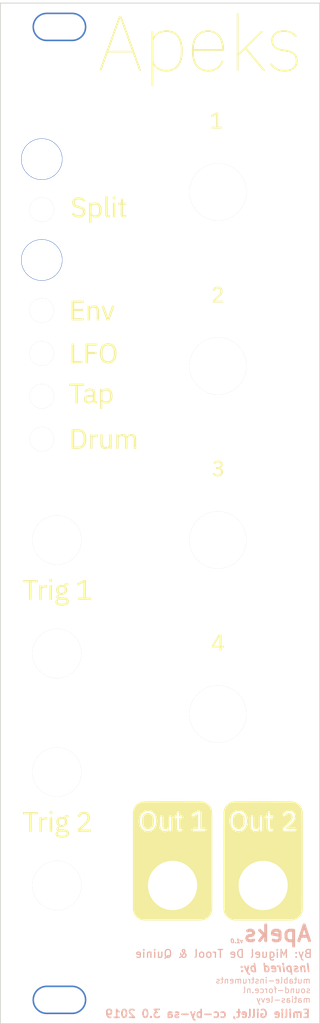
<source format=kicad_pcb>
(kicad_pcb (version 20211014) (generator pcbnew)
  (layers (0 "F.Cu" signal) (31 "B.Cu" signal) (34 "B.Paste" user) (35 "F.Paste" user) (36 "B.SilkS" user "B.Silkscreen") (37 "F.SilkS" user "F.Silkscreen") (38 "B.Mask" user) (39 "F.Mask" user) (44 "Edge.Cuts" user))
  (net 0 "")
  (footprint "Eurocad:screw_hole_3.2" (layer "F.Cu") (at 87.3 161.25)
    (fp_text reference "REF**" (at 0 0.5) (layer "F.SilkS"))
    (fp_text value "screw_hole_3.2")
    (pad "" np_thru_hole oval locked (at 0 0 90) (size 3.6 6.8) (drill oval 3.2 6.4) (layers *.Cu *.Mask))
  )
  (footprint "Eurocad:screw_hole_3.2" (layer "F.Cu") (at 87.3 38.75)
    (fp_text reference "REF**" (at 0 0.5) (layer "F.SilkS"))
    (fp_text value "screw_hole_3.2")
    (pad "" np_thru_hole oval locked (at 0 0 90) (size 3.6 6.8) (drill oval 3.2 6.4) (layers *.Cu *.Mask))
  )
  (footprint "Apeks Panel:Apeks Panel" (layer "F.Cu") (at 100 100)
    (fp_text reference "Ref**" hide)
    (fp_text value "Val**" hide)
    (fp_line (start 20.15 64.25) (end 20.15 -64.25) (layer "Edge.Cuts") (width 0.1))
    (fp_line (start -20.15 -64.25) (end -20.15 64.25) (layer "Edge.Cuts") (width 0.1))
    (fp_line (start 20.15 -64.25) (end -20.15 -64.25) (layer "Edge.Cuts") (width 0.1))
    (fp_line (start -20.15 64.25) (end 20.15 64.25) (layer "Edge.Cuts") (width 0.1))
    (pad "1" thru_hole circle (at -13.02 46.85) (size 6.2 6.2) (drill 6.2) (layers *.Cu *.Mask))
    (pad "2" thru_hole circle (at -13.02 32.559998) (size 6.2 6.2) (drill 6.2) (layers *.Cu *.Mask))
    (pad "3" thru_hole circle (at -13.02 17.639999) (size 6.2 6.2) (drill 6.2) (layers *.Cu *.Mask))
    (pad "4" thru_hole circle (at -13.02 3.349998) (size 6.2 6.2) (drill 6.2) (layers *.Cu *.Mask))
    (pad "5" thru_hole circle (at -14.93 -9.349998) (size 3.1 3.1) (drill 3.1) (layers *.Cu *.Mask))
    (pad "6" thru_hole circle (at -14.93 -14.75) (size 3.1 3.1) (drill 3.1) (layers *.Cu *.Mask))
    (pad "7" thru_hole circle (at -14.93 -20.150002) (size 3.1 3.1) (drill 3.1) (layers *.Cu *.Mask))
    (pad "8" thru_hole circle (at -14.93 -25.549999) (size 3.1 3.1) (drill 3.1) (layers *.Cu *.Mask))
    (pad "9" thru_hole circle (at -14.93 -31.900002) (size 5.2 5.2) (drill 5.1) (layers *.Cu *.Mask))
    (pad "10" thru_hole circle (at -14.93 -38.25) (size 3.1 3.1) (drill 3.1) (layers *.Cu *.Mask))
    (pad "11" thru_hole circle (at -14.93 -44.6) (size 5.2 5.2) (drill 5.1) (layers *.Cu *.Mask))
    (pad "12" thru_hole circle (at 1.58 46.85) (size 6.2 6.2) (drill 6.2) (layers *.Cu *.Mask))
    (pad "13" thru_hole circle (at 13.01 46.85) (size 6.2 6.2) (drill 6.2) (layers *.Cu *.Mask))
    (pad "14" thru_hole circle (at 7.300001 25.260002) (size 7.2 7.2) (drill 7.2) (layers *.Cu *.Mask))
    (pad "15" thru_hole circle (at 7.300001 3.349998) (size 7.2 7.2) (drill 7.2) (layers *.Cu *.Mask))
    (pad "16" thru_hole circle (at 7.300001 -18.560001) (size 7.2 7.2) (drill 7.2) (layers *.Cu *.Mask))
    (pad "17" thru_hole circle (at 7.300001 -40.469999) (size 7.2 7.2) (drill 7.2) (layers *.Cu *.Mask))
  )
  (gr_text "v1.0" (at 109.7026 153.8478) (layer "B.SilkS") (effects (font (size 0.5 0.5) (thickness 0.125) italic) (justify mirror)))
  (gr_text "By: Miguel De Trool & Quinie" (at 119.2784 155.448) (layer "B.SilkS") (effects (font (size 1 1)) (justify left mirror)))
  (gr_text "mutable-instruments\nsound-force.nl\nmatias-levy\n" (at 119.0656 160.02) (layer "B.SilkS") (effects (font (size 0.75 0.75) (thickness 0.1)) (justify left mirror)))
  (gr_text "Apeks" (at 114.808 152.908) (layer "B.SilkS") (effects (font (size 2 2) (thickness 0.375)) (justify mirror)))
  (gr_text "Emilie Gillet, cc-by-sa 3.0 2019" (at 106 163) (layer "B.SilkS") (effects (font (size 1 1) (thickness 0.2)) (justify mirror)))
  (gr_text "Inspired by:\n" (at 114.554 157.226) (layer "B.SilkS") (effects (font (size 1 1) (thickness 0.2) italic) (justify mirror)))
)
</source>
